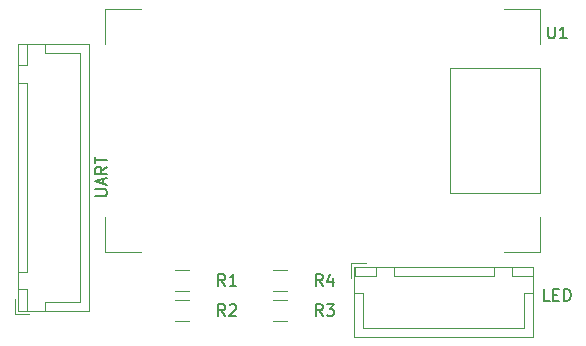
<source format=gbr>
G04 #@! TF.GenerationSoftware,KiCad,Pcbnew,5.1.5-52549c5~84~ubuntu18.04.1*
G04 #@! TF.CreationDate,2020-03-18T13:49:36+01:00*
G04 #@! TF.ProjectId,programmer,70726f67-7261-46d6-9d65-722e6b696361,rev?*
G04 #@! TF.SameCoordinates,Original*
G04 #@! TF.FileFunction,Legend,Top*
G04 #@! TF.FilePolarity,Positive*
%FSLAX46Y46*%
G04 Gerber Fmt 4.6, Leading zero omitted, Abs format (unit mm)*
G04 Created by KiCad (PCBNEW 5.1.5-52549c5~84~ubuntu18.04.1) date 2020-03-18 13:49:36*
%MOMM*%
%LPD*%
G04 APERTURE LIST*
%ADD10C,0.120000*%
%ADD11C,0.150000*%
G04 APERTURE END LIST*
D10*
X97630000Y-81140000D02*
X97630000Y-84140000D01*
X97630000Y-81140000D02*
X100630000Y-81140000D01*
X97630000Y-101740000D02*
X97630000Y-98740000D01*
X97630000Y-101740000D02*
X100630000Y-101740000D01*
X134430000Y-101740000D02*
X131430000Y-101740000D01*
X134430000Y-101740000D02*
X134430000Y-98740000D01*
X134430000Y-81140000D02*
X134430000Y-84140000D01*
X134430000Y-81140000D02*
X131430000Y-81140000D01*
X134430000Y-96740000D02*
X134430000Y-86140000D01*
X126830000Y-96740000D02*
X134430000Y-96740000D01*
X126830000Y-86140000D02*
X126830000Y-96740000D01*
X134430000Y-86140000D02*
X126830000Y-86140000D01*
X118435000Y-102660000D02*
X118435000Y-103910000D01*
X119685000Y-102660000D02*
X118435000Y-102660000D01*
X133085000Y-108160000D02*
X126285000Y-108160000D01*
X133085000Y-105210000D02*
X133085000Y-108160000D01*
X133835000Y-105210000D02*
X133085000Y-105210000D01*
X119485000Y-108160000D02*
X126285000Y-108160000D01*
X119485000Y-105210000D02*
X119485000Y-108160000D01*
X118735000Y-105210000D02*
X119485000Y-105210000D01*
X133835000Y-102960000D02*
X132035000Y-102960000D01*
X133835000Y-103710000D02*
X133835000Y-102960000D01*
X132035000Y-103710000D02*
X133835000Y-103710000D01*
X132035000Y-102960000D02*
X132035000Y-103710000D01*
X120535000Y-102960000D02*
X118735000Y-102960000D01*
X120535000Y-103710000D02*
X120535000Y-102960000D01*
X118735000Y-103710000D02*
X120535000Y-103710000D01*
X118735000Y-102960000D02*
X118735000Y-103710000D01*
X130535000Y-102960000D02*
X122035000Y-102960000D01*
X130535000Y-103710000D02*
X130535000Y-102960000D01*
X122035000Y-103710000D02*
X130535000Y-103710000D01*
X122035000Y-102960000D02*
X122035000Y-103710000D01*
X133845000Y-102950000D02*
X118725000Y-102950000D01*
X133845000Y-108920000D02*
X133845000Y-102950000D01*
X118725000Y-108920000D02*
X133845000Y-108920000D01*
X118725000Y-102950000D02*
X118725000Y-108920000D01*
X90250000Y-106700000D02*
X96220000Y-106700000D01*
X96220000Y-106700000D02*
X96220000Y-84080000D01*
X96220000Y-84080000D02*
X90250000Y-84080000D01*
X90250000Y-84080000D02*
X90250000Y-106700000D01*
X90260000Y-103390000D02*
X91010000Y-103390000D01*
X91010000Y-103390000D02*
X91010000Y-87390000D01*
X91010000Y-87390000D02*
X90260000Y-87390000D01*
X90260000Y-87390000D02*
X90260000Y-103390000D01*
X90260000Y-106690000D02*
X91010000Y-106690000D01*
X91010000Y-106690000D02*
X91010000Y-104890000D01*
X91010000Y-104890000D02*
X90260000Y-104890000D01*
X90260000Y-104890000D02*
X90260000Y-106690000D01*
X90260000Y-85890000D02*
X91010000Y-85890000D01*
X91010000Y-85890000D02*
X91010000Y-84090000D01*
X91010000Y-84090000D02*
X90260000Y-84090000D01*
X90260000Y-84090000D02*
X90260000Y-85890000D01*
X92510000Y-106690000D02*
X92510000Y-105940000D01*
X92510000Y-105940000D02*
X95460000Y-105940000D01*
X95460000Y-105940000D02*
X95460000Y-95390000D01*
X92510000Y-84090000D02*
X92510000Y-84840000D01*
X92510000Y-84840000D02*
X95460000Y-84840000D01*
X95460000Y-84840000D02*
X95460000Y-95390000D01*
X89960000Y-105740000D02*
X89960000Y-106990000D01*
X89960000Y-106990000D02*
X91210000Y-106990000D01*
X104742064Y-105050000D02*
X103537936Y-105050000D01*
X104742064Y-103230000D02*
X103537936Y-103230000D01*
X104742064Y-105770000D02*
X103537936Y-105770000D01*
X104742064Y-107590000D02*
X103537936Y-107590000D01*
X112997064Y-107590000D02*
X111792936Y-107590000D01*
X112997064Y-105770000D02*
X111792936Y-105770000D01*
X112997064Y-103230000D02*
X111792936Y-103230000D01*
X112997064Y-105050000D02*
X111792936Y-105050000D01*
D11*
X135128095Y-82637380D02*
X135128095Y-83446904D01*
X135175714Y-83542142D01*
X135223333Y-83589761D01*
X135318571Y-83637380D01*
X135509047Y-83637380D01*
X135604285Y-83589761D01*
X135651904Y-83542142D01*
X135699523Y-83446904D01*
X135699523Y-82637380D01*
X136699523Y-83637380D02*
X136128095Y-83637380D01*
X136413809Y-83637380D02*
X136413809Y-82637380D01*
X136318571Y-82780238D01*
X136223333Y-82875476D01*
X136128095Y-82923095D01*
X135247142Y-105862380D02*
X134770952Y-105862380D01*
X134770952Y-104862380D01*
X135580476Y-105338571D02*
X135913809Y-105338571D01*
X136056666Y-105862380D02*
X135580476Y-105862380D01*
X135580476Y-104862380D01*
X136056666Y-104862380D01*
X136485238Y-105862380D02*
X136485238Y-104862380D01*
X136723333Y-104862380D01*
X136866190Y-104910000D01*
X136961428Y-105005238D01*
X137009047Y-105100476D01*
X137056666Y-105290952D01*
X137056666Y-105433809D01*
X137009047Y-105624285D01*
X136961428Y-105719523D01*
X136866190Y-105814761D01*
X136723333Y-105862380D01*
X136485238Y-105862380D01*
X96762380Y-96985238D02*
X97571904Y-96985238D01*
X97667142Y-96937619D01*
X97714761Y-96890000D01*
X97762380Y-96794761D01*
X97762380Y-96604285D01*
X97714761Y-96509047D01*
X97667142Y-96461428D01*
X97571904Y-96413809D01*
X96762380Y-96413809D01*
X97476666Y-95985238D02*
X97476666Y-95509047D01*
X97762380Y-96080476D02*
X96762380Y-95747142D01*
X97762380Y-95413809D01*
X97762380Y-94509047D02*
X97286190Y-94842380D01*
X97762380Y-95080476D02*
X96762380Y-95080476D01*
X96762380Y-94699523D01*
X96810000Y-94604285D01*
X96857619Y-94556666D01*
X96952857Y-94509047D01*
X97095714Y-94509047D01*
X97190952Y-94556666D01*
X97238571Y-94604285D01*
X97286190Y-94699523D01*
X97286190Y-95080476D01*
X96762380Y-94223333D02*
X96762380Y-93651904D01*
X97762380Y-93937619D02*
X96762380Y-93937619D01*
X107783333Y-104592380D02*
X107450000Y-104116190D01*
X107211904Y-104592380D02*
X107211904Y-103592380D01*
X107592857Y-103592380D01*
X107688095Y-103640000D01*
X107735714Y-103687619D01*
X107783333Y-103782857D01*
X107783333Y-103925714D01*
X107735714Y-104020952D01*
X107688095Y-104068571D01*
X107592857Y-104116190D01*
X107211904Y-104116190D01*
X108735714Y-104592380D02*
X108164285Y-104592380D01*
X108450000Y-104592380D02*
X108450000Y-103592380D01*
X108354761Y-103735238D01*
X108259523Y-103830476D01*
X108164285Y-103878095D01*
X107783333Y-107132380D02*
X107450000Y-106656190D01*
X107211904Y-107132380D02*
X107211904Y-106132380D01*
X107592857Y-106132380D01*
X107688095Y-106180000D01*
X107735714Y-106227619D01*
X107783333Y-106322857D01*
X107783333Y-106465714D01*
X107735714Y-106560952D01*
X107688095Y-106608571D01*
X107592857Y-106656190D01*
X107211904Y-106656190D01*
X108164285Y-106227619D02*
X108211904Y-106180000D01*
X108307142Y-106132380D01*
X108545238Y-106132380D01*
X108640476Y-106180000D01*
X108688095Y-106227619D01*
X108735714Y-106322857D01*
X108735714Y-106418095D01*
X108688095Y-106560952D01*
X108116666Y-107132380D01*
X108735714Y-107132380D01*
X116038333Y-107132380D02*
X115705000Y-106656190D01*
X115466904Y-107132380D02*
X115466904Y-106132380D01*
X115847857Y-106132380D01*
X115943095Y-106180000D01*
X115990714Y-106227619D01*
X116038333Y-106322857D01*
X116038333Y-106465714D01*
X115990714Y-106560952D01*
X115943095Y-106608571D01*
X115847857Y-106656190D01*
X115466904Y-106656190D01*
X116371666Y-106132380D02*
X116990714Y-106132380D01*
X116657380Y-106513333D01*
X116800238Y-106513333D01*
X116895476Y-106560952D01*
X116943095Y-106608571D01*
X116990714Y-106703809D01*
X116990714Y-106941904D01*
X116943095Y-107037142D01*
X116895476Y-107084761D01*
X116800238Y-107132380D01*
X116514523Y-107132380D01*
X116419285Y-107084761D01*
X116371666Y-107037142D01*
X116038333Y-104592380D02*
X115705000Y-104116190D01*
X115466904Y-104592380D02*
X115466904Y-103592380D01*
X115847857Y-103592380D01*
X115943095Y-103640000D01*
X115990714Y-103687619D01*
X116038333Y-103782857D01*
X116038333Y-103925714D01*
X115990714Y-104020952D01*
X115943095Y-104068571D01*
X115847857Y-104116190D01*
X115466904Y-104116190D01*
X116895476Y-103925714D02*
X116895476Y-104592380D01*
X116657380Y-103544761D02*
X116419285Y-104259047D01*
X117038333Y-104259047D01*
M02*

</source>
